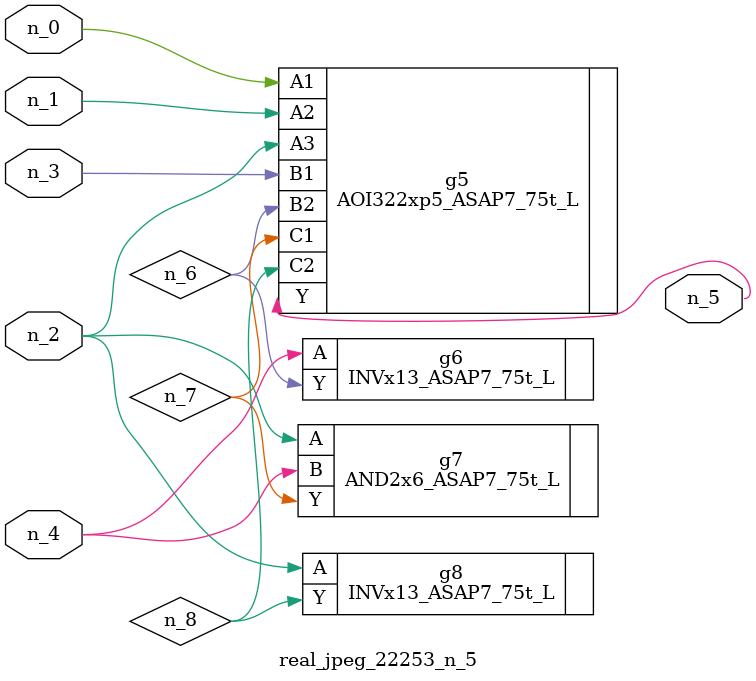
<source format=v>
module real_jpeg_22253_n_5 (n_4, n_0, n_1, n_2, n_3, n_5);

input n_4;
input n_0;
input n_1;
input n_2;
input n_3;

output n_5;

wire n_8;
wire n_6;
wire n_7;

AOI322xp5_ASAP7_75t_L g5 ( 
.A1(n_0),
.A2(n_1),
.A3(n_2),
.B1(n_3),
.B2(n_6),
.C1(n_7),
.C2(n_8),
.Y(n_5)
);

AND2x6_ASAP7_75t_L g7 ( 
.A(n_2),
.B(n_4),
.Y(n_7)
);

INVx13_ASAP7_75t_L g8 ( 
.A(n_2),
.Y(n_8)
);

INVx13_ASAP7_75t_L g6 ( 
.A(n_4),
.Y(n_6)
);


endmodule
</source>
